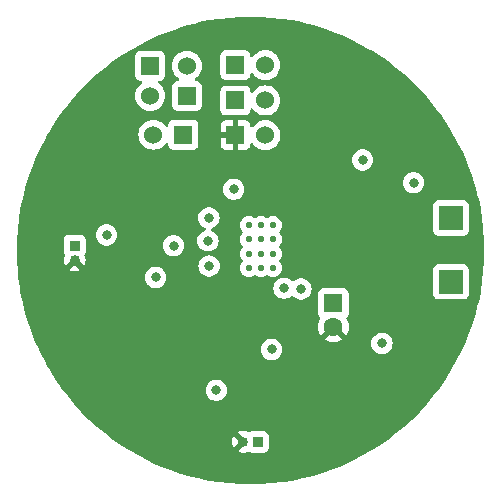
<source format=gbr>
%TF.GenerationSoftware,KiCad,Pcbnew,7.0.7*%
%TF.CreationDate,2024-10-24T16:02:22-07:00*%
%TF.ProjectId,PowerBoard_rev1.1,506f7765-7242-46f6-9172-645f72657631,rev?*%
%TF.SameCoordinates,Original*%
%TF.FileFunction,Copper,L2,Inr*%
%TF.FilePolarity,Positive*%
%FSLAX46Y46*%
G04 Gerber Fmt 4.6, Leading zero omitted, Abs format (unit mm)*
G04 Created by KiCad (PCBNEW 7.0.7) date 2024-10-24 16:02:22*
%MOMM*%
%LPD*%
G01*
G04 APERTURE LIST*
%TA.AperFunction,ComponentPad*%
%ADD10R,1.600000X1.600000*%
%TD*%
%TA.AperFunction,ComponentPad*%
%ADD11C,1.600000*%
%TD*%
%TA.AperFunction,ComponentPad*%
%ADD12R,1.530000X1.530000*%
%TD*%
%TA.AperFunction,ComponentPad*%
%ADD13C,1.530000*%
%TD*%
%TA.AperFunction,ComponentPad*%
%ADD14C,0.550000*%
%TD*%
%TA.AperFunction,ComponentPad*%
%ADD15R,0.850000X0.850000*%
%TD*%
%TA.AperFunction,ComponentPad*%
%ADD16C,0.850000*%
%TD*%
%TA.AperFunction,ComponentPad*%
%ADD17R,2.000000X2.000000*%
%TD*%
%TA.AperFunction,ViaPad*%
%ADD18C,0.800000*%
%TD*%
G04 APERTURE END LIST*
D10*
%TO.N,+BATT*%
%TO.C,C2*%
X149250400Y-80721200D03*
D11*
%TO.N,GND*%
X149250400Y-82721200D03*
%TD*%
D12*
%TO.N,Net-(U1-BOUT1)*%
%TO.C,J1*%
X140958500Y-60553600D03*
D13*
%TO.N,Net-(U1-BOUT2)*%
X143498500Y-60553600D03*
%TD*%
D12*
%TO.N,DRV_FAULT*%
%TO.C,J6*%
X133745700Y-60608900D03*
D13*
%TO.N,DRV_SLEEP*%
X133745700Y-63148900D03*
%TD*%
D14*
%TO.N,N/C*%
%TO.C,U1*%
X142119600Y-74117200D03*
X142119600Y-75317200D03*
X142119600Y-76517200D03*
X142119600Y-77717200D03*
X143119600Y-74117200D03*
X143119600Y-75317200D03*
X143119600Y-76517200D03*
X143119600Y-77717200D03*
X144119600Y-74117200D03*
X144119600Y-75317200D03*
X144119600Y-76517200D03*
X144119600Y-77717200D03*
%TD*%
D12*
%TO.N,MOTOR1_AIN2*%
%TO.C,J4*%
X136550400Y-66446400D03*
D13*
%TO.N,MOTOR1_AIN1*%
X134010400Y-66446400D03*
%TD*%
D12*
%TO.N,Net-(U1-AOUT1)*%
%TO.C,J2*%
X140958500Y-63550800D03*
D13*
%TO.N,Net-(U1-AOUT2)*%
X143498500Y-63550800D03*
%TD*%
D12*
%TO.N,GND*%
%TO.C,J3*%
X140965700Y-66486400D03*
D13*
%TO.N,VDC*%
X143505700Y-66486400D03*
%TD*%
D12*
%TO.N,MOTOR2_BIN2*%
%TO.C,J5*%
X136855700Y-63163900D03*
D13*
%TO.N,MOTOR2_BIN1*%
X136855700Y-60623900D03*
%TD*%
D15*
%TO.N,+BATT*%
%TO.C,J8*%
X127355600Y-75844400D03*
D16*
%TO.N,GND*%
X127355600Y-77094400D03*
%TD*%
D17*
%TO.N,Net-(D12-K)*%
%TO.C,TP6*%
X159207200Y-78892400D03*
%TD*%
D15*
%TO.N,+BATT*%
%TO.C,J7*%
X142864999Y-92448800D03*
D16*
%TO.N,GND*%
X141614999Y-92448800D03*
%TD*%
D17*
%TO.N,Net-(D11-K)*%
%TO.C,TP5*%
X159207200Y-73507600D03*
%TD*%
D18*
%TO.N,GND*%
X148691600Y-74371200D03*
X137769600Y-86868000D03*
X145592800Y-86563200D03*
X149758400Y-85140800D03*
X151231600Y-71323200D03*
X141884400Y-89408000D03*
X156464000Y-81534000D03*
X129590800Y-76301600D03*
X135534400Y-79451200D03*
X146405600Y-85445600D03*
X135432800Y-72542400D03*
X132588000Y-80162400D03*
X131368800Y-73507600D03*
%TO.N,MOTOR2_BIN2*%
X146507200Y-79502000D03*
%TO.N,MOTOR2_BIN1*%
X145084800Y-79451200D03*
%TO.N,VCC*%
X151739600Y-68580000D03*
X139344400Y-88087200D03*
X144018000Y-84632800D03*
X130048000Y-74930000D03*
X153365200Y-84124800D03*
X156057600Y-70510400D03*
X134213600Y-78536800D03*
%TO.N,Net-(U1-BOUT1)*%
X140817600Y-71069200D03*
X138734800Y-77571600D03*
%TO.N,Net-(U1-BOUT2)*%
X135737600Y-75844400D03*
%TO.N,Net-(U1-AOUT1)*%
X138709400Y-73482200D03*
%TO.N,Net-(U1-AOUT2)*%
X138632700Y-75431900D03*
%TD*%
%TA.AperFunction,Conductor*%
%TO.N,GND*%
G36*
X143125523Y-56471206D02*
G01*
X143128212Y-56471327D01*
X144012060Y-56530918D01*
X144014716Y-56531157D01*
X144894991Y-56630340D01*
X144897651Y-56630701D01*
X145772572Y-56769275D01*
X145775226Y-56769757D01*
X146643028Y-56947440D01*
X146645712Y-56948054D01*
X147300917Y-57113150D01*
X147438404Y-57147794D01*
X147504625Y-57164480D01*
X147507300Y-57165218D01*
X148355634Y-57419962D01*
X148358244Y-57420811D01*
X149194317Y-57713366D01*
X149196922Y-57714344D01*
X150018970Y-58044091D01*
X150021522Y-58045181D01*
X150828005Y-58411503D01*
X150830474Y-58412693D01*
X151619691Y-58814819D01*
X151622141Y-58816137D01*
X152392501Y-59253255D01*
X152394890Y-59254682D01*
X152448076Y-59288101D01*
X153025257Y-59650768D01*
X153144879Y-59725931D01*
X153147188Y-59727455D01*
X153524324Y-59988736D01*
X153875276Y-60231876D01*
X153877527Y-60233512D01*
X154582259Y-60770096D01*
X154584407Y-60771810D01*
X155264358Y-61339473D01*
X155266453Y-61341304D01*
X155920239Y-61938890D01*
X155922250Y-61940813D01*
X156548551Y-62567114D01*
X156550474Y-62569125D01*
X157148060Y-63222911D01*
X157149891Y-63225006D01*
X157717554Y-63904957D01*
X157719272Y-63907111D01*
X157979620Y-64249043D01*
X158255852Y-64611837D01*
X158257488Y-64614088D01*
X158699902Y-65252675D01*
X158761900Y-65342163D01*
X158763433Y-65344485D01*
X159234682Y-66094474D01*
X159236109Y-66096863D01*
X159673227Y-66867223D01*
X159674545Y-66869673D01*
X160076671Y-67658890D01*
X160077870Y-67661378D01*
X160189487Y-67907111D01*
X160444180Y-68467836D01*
X160445273Y-68470394D01*
X160775020Y-69292442D01*
X160775998Y-69295047D01*
X161068553Y-70131120D01*
X161069410Y-70133757D01*
X161114841Y-70285048D01*
X161324143Y-70982056D01*
X161324884Y-70984739D01*
X161541310Y-71843652D01*
X161541930Y-71846365D01*
X161719602Y-72714111D01*
X161720095Y-72716828D01*
X161845255Y-73507053D01*
X161858657Y-73591671D01*
X161859028Y-73594411D01*
X161934738Y-74266351D01*
X161958202Y-74474601D01*
X161958449Y-74477344D01*
X162018034Y-75361102D01*
X162018159Y-75363882D01*
X162038033Y-76249408D01*
X162038033Y-76252192D01*
X162018159Y-77137717D01*
X162018034Y-77140491D01*
X161958449Y-78024251D01*
X161958202Y-78026995D01*
X161864529Y-78858378D01*
X161859031Y-78907170D01*
X161858657Y-78909928D01*
X161736869Y-79678871D01*
X161720099Y-79784750D01*
X161719602Y-79787488D01*
X161541930Y-80655234D01*
X161541310Y-80657947D01*
X161324884Y-81516860D01*
X161324143Y-81519543D01*
X161069413Y-82367833D01*
X161068553Y-82370479D01*
X160775998Y-83206552D01*
X160775020Y-83209157D01*
X160445273Y-84031205D01*
X160444180Y-84033763D01*
X160235547Y-84493084D01*
X160086576Y-84821056D01*
X160077879Y-84840202D01*
X160076671Y-84842709D01*
X159674545Y-85631926D01*
X159673227Y-85634376D01*
X159236109Y-86404736D01*
X159234682Y-86407125D01*
X158763433Y-87157114D01*
X158761900Y-87159436D01*
X158257488Y-87887511D01*
X158255852Y-87889762D01*
X157719289Y-88594467D01*
X157717554Y-88596642D01*
X157149891Y-89276593D01*
X157148060Y-89278688D01*
X156550474Y-89932474D01*
X156548551Y-89934485D01*
X155922250Y-90560786D01*
X155920239Y-90562709D01*
X155266453Y-91160295D01*
X155264358Y-91162126D01*
X154584407Y-91729789D01*
X154582232Y-91731524D01*
X153877527Y-92268087D01*
X153875276Y-92269723D01*
X153147201Y-92774135D01*
X153144879Y-92775668D01*
X152394890Y-93246917D01*
X152392501Y-93248344D01*
X151622141Y-93685462D01*
X151619691Y-93686780D01*
X150830474Y-94088906D01*
X150827967Y-94090114D01*
X150021528Y-94456415D01*
X150018970Y-94457508D01*
X149196922Y-94787255D01*
X149194317Y-94788233D01*
X148358244Y-95080788D01*
X148355598Y-95081648D01*
X147507308Y-95336378D01*
X147504625Y-95337119D01*
X146645712Y-95553545D01*
X146642999Y-95554165D01*
X145775253Y-95731837D01*
X145772528Y-95732331D01*
X145040861Y-95848216D01*
X144897693Y-95870892D01*
X144894947Y-95871264D01*
X144014763Y-95970437D01*
X144012016Y-95970684D01*
X143128256Y-96030269D01*
X143125482Y-96030394D01*
X142239955Y-96050268D01*
X142237173Y-96050268D01*
X141351647Y-96030394D01*
X141348875Y-96030269D01*
X140465109Y-95970684D01*
X140462373Y-95970437D01*
X139582176Y-95871263D01*
X139579440Y-95870892D01*
X138704593Y-95732330D01*
X138701876Y-95731837D01*
X137834130Y-95554165D01*
X137831417Y-95553545D01*
X136972504Y-95337119D01*
X136969821Y-95336378D01*
X136370166Y-95156309D01*
X136121522Y-95081645D01*
X136118885Y-95080788D01*
X135282812Y-94788233D01*
X135280207Y-94787255D01*
X134458159Y-94457508D01*
X134455601Y-94456415D01*
X134094309Y-94292308D01*
X133649143Y-94090105D01*
X133646655Y-94088906D01*
X132857438Y-93686780D01*
X132854988Y-93685462D01*
X132084628Y-93248344D01*
X132082239Y-93246917D01*
X131332250Y-92775668D01*
X131329928Y-92774135D01*
X131281120Y-92740321D01*
X130860335Y-92448800D01*
X140684904Y-92448800D01*
X140705229Y-92642180D01*
X140705230Y-92642182D01*
X140765312Y-92827098D01*
X140765315Y-92827104D01*
X140808442Y-92901801D01*
X141186305Y-92523939D01*
X141247628Y-92490454D01*
X141317319Y-92495438D01*
X141373253Y-92537309D01*
X141377088Y-92542729D01*
X141434759Y-92629040D01*
X141521067Y-92686709D01*
X141565873Y-92740321D01*
X141574580Y-92809646D01*
X141544426Y-92872673D01*
X141539858Y-92877492D01*
X141159025Y-93258325D01*
X141327586Y-93333373D01*
X141517778Y-93373800D01*
X141712220Y-93373800D01*
X141902412Y-93333373D01*
X141902415Y-93333372D01*
X142034284Y-93274660D01*
X142103534Y-93265375D01*
X142159031Y-93288673D01*
X142197663Y-93317593D01*
X142197670Y-93317597D01*
X142332516Y-93367891D01*
X142332515Y-93367891D01*
X142339443Y-93368635D01*
X142392126Y-93374300D01*
X143337871Y-93374299D01*
X143397482Y-93367891D01*
X143532330Y-93317596D01*
X143647545Y-93231346D01*
X143733795Y-93116131D01*
X143784090Y-92981283D01*
X143790499Y-92921673D01*
X143790498Y-91975928D01*
X143784090Y-91916317D01*
X143773353Y-91887530D01*
X143733796Y-91781471D01*
X143733792Y-91781464D01*
X143647546Y-91666255D01*
X143647543Y-91666252D01*
X143532334Y-91580006D01*
X143532327Y-91580002D01*
X143397481Y-91529708D01*
X143397482Y-91529708D01*
X143337882Y-91523301D01*
X143337880Y-91523300D01*
X143337872Y-91523300D01*
X143337863Y-91523300D01*
X142392128Y-91523300D01*
X142392122Y-91523301D01*
X142332515Y-91529708D01*
X142197670Y-91580002D01*
X142197668Y-91580003D01*
X142159029Y-91608928D01*
X142093564Y-91633344D01*
X142034285Y-91622940D01*
X141902411Y-91564226D01*
X141902412Y-91564226D01*
X141712220Y-91523800D01*
X141517778Y-91523800D01*
X141327585Y-91564226D01*
X141327584Y-91564226D01*
X141159025Y-91639273D01*
X141539858Y-92020106D01*
X141573343Y-92081429D01*
X141568359Y-92151121D01*
X141526487Y-92207054D01*
X141521069Y-92210888D01*
X141434759Y-92268559D01*
X141377088Y-92354870D01*
X141323475Y-92399675D01*
X141254150Y-92408382D01*
X141191123Y-92378227D01*
X141186305Y-92373660D01*
X140808442Y-91995796D01*
X140808441Y-91995797D01*
X140765316Y-92070492D01*
X140765315Y-92070494D01*
X140705230Y-92255417D01*
X140705229Y-92255419D01*
X140684904Y-92448800D01*
X130860335Y-92448800D01*
X130601853Y-92269723D01*
X130599602Y-92268087D01*
X130215883Y-91975923D01*
X129894876Y-91731507D01*
X129892722Y-91729789D01*
X129212771Y-91162126D01*
X129210676Y-91160295D01*
X128556890Y-90562709D01*
X128554879Y-90560786D01*
X127928578Y-89934485D01*
X127926655Y-89932474D01*
X127329069Y-89278688D01*
X127327238Y-89276593D01*
X126759575Y-88596642D01*
X126757861Y-88594494D01*
X126371607Y-88087200D01*
X138438940Y-88087200D01*
X138458726Y-88275456D01*
X138458727Y-88275459D01*
X138517218Y-88455477D01*
X138517221Y-88455484D01*
X138611867Y-88619416D01*
X138682932Y-88698341D01*
X138738529Y-88760088D01*
X138891665Y-88871348D01*
X138891670Y-88871351D01*
X139064592Y-88948342D01*
X139064597Y-88948344D01*
X139249754Y-88987700D01*
X139249755Y-88987700D01*
X139439044Y-88987700D01*
X139439046Y-88987700D01*
X139624203Y-88948344D01*
X139797130Y-88871351D01*
X139950271Y-88760088D01*
X140076933Y-88619416D01*
X140171579Y-88455484D01*
X140230074Y-88275456D01*
X140249860Y-88087200D01*
X140230074Y-87898944D01*
X140171579Y-87718916D01*
X140076933Y-87554984D01*
X139950271Y-87414312D01*
X139950270Y-87414311D01*
X139797134Y-87303051D01*
X139797129Y-87303048D01*
X139624207Y-87226057D01*
X139624202Y-87226055D01*
X139478401Y-87195065D01*
X139439046Y-87186700D01*
X139249754Y-87186700D01*
X139217297Y-87193598D01*
X139064597Y-87226055D01*
X139064592Y-87226057D01*
X138891670Y-87303048D01*
X138891665Y-87303051D01*
X138738529Y-87414311D01*
X138611866Y-87554985D01*
X138517221Y-87718915D01*
X138517218Y-87718922D01*
X138462069Y-87888654D01*
X138458726Y-87898944D01*
X138438940Y-88087200D01*
X126371607Y-88087200D01*
X126221277Y-87889762D01*
X126219641Y-87887511D01*
X126102838Y-87718916D01*
X125715220Y-87159423D01*
X125713696Y-87157114D01*
X125242447Y-86407125D01*
X125241020Y-86404736D01*
X125022461Y-86019555D01*
X124803896Y-85634366D01*
X124802584Y-85631926D01*
X124400458Y-84842709D01*
X124399268Y-84840240D01*
X124305044Y-84632800D01*
X143112540Y-84632800D01*
X143132326Y-84821056D01*
X143132327Y-84821059D01*
X143190818Y-85001077D01*
X143190821Y-85001084D01*
X143285467Y-85165016D01*
X143412129Y-85305687D01*
X143412129Y-85305688D01*
X143565265Y-85416948D01*
X143565270Y-85416951D01*
X143738192Y-85493942D01*
X143738197Y-85493944D01*
X143923354Y-85533300D01*
X143923355Y-85533300D01*
X144112644Y-85533300D01*
X144112646Y-85533300D01*
X144297803Y-85493944D01*
X144470730Y-85416951D01*
X144623871Y-85305688D01*
X144750533Y-85165016D01*
X144845179Y-85001084D01*
X144903674Y-84821056D01*
X144923460Y-84632800D01*
X144903674Y-84444544D01*
X144845179Y-84264516D01*
X144764514Y-84124800D01*
X152459740Y-84124800D01*
X152479526Y-84313056D01*
X152479527Y-84313059D01*
X152538018Y-84493077D01*
X152538021Y-84493084D01*
X152632667Y-84657016D01*
X152759328Y-84797688D01*
X152759329Y-84797688D01*
X152912465Y-84908948D01*
X152912470Y-84908951D01*
X153085392Y-84985942D01*
X153085397Y-84985944D01*
X153270554Y-85025300D01*
X153270555Y-85025300D01*
X153459844Y-85025300D01*
X153459846Y-85025300D01*
X153645003Y-84985944D01*
X153817930Y-84908951D01*
X153971071Y-84797688D01*
X154097733Y-84657016D01*
X154192379Y-84493084D01*
X154250874Y-84313056D01*
X154270660Y-84124800D01*
X154250874Y-83936544D01*
X154192379Y-83756516D01*
X154097733Y-83592584D01*
X153971071Y-83451912D01*
X153963859Y-83446672D01*
X153817934Y-83340651D01*
X153817929Y-83340648D01*
X153645007Y-83263657D01*
X153645002Y-83263655D01*
X153499201Y-83232665D01*
X153459846Y-83224300D01*
X153270554Y-83224300D01*
X153238097Y-83231198D01*
X153085397Y-83263655D01*
X153085392Y-83263657D01*
X152912470Y-83340648D01*
X152912465Y-83340651D01*
X152759329Y-83451911D01*
X152632666Y-83592585D01*
X152538021Y-83756515D01*
X152538018Y-83756522D01*
X152479527Y-83936540D01*
X152479526Y-83936544D01*
X152459740Y-84124800D01*
X144764514Y-84124800D01*
X144750533Y-84100584D01*
X144623871Y-83959912D01*
X144606745Y-83947469D01*
X144470734Y-83848651D01*
X144470729Y-83848648D01*
X144297807Y-83771657D01*
X144297802Y-83771655D01*
X144152000Y-83740665D01*
X144112646Y-83732300D01*
X143923354Y-83732300D01*
X143890897Y-83739198D01*
X143738197Y-83771655D01*
X143738192Y-83771657D01*
X143565270Y-83848648D01*
X143565265Y-83848651D01*
X143412129Y-83959911D01*
X143285466Y-84100585D01*
X143190821Y-84264515D01*
X143190818Y-84264522D01*
X143132327Y-84444540D01*
X143132326Y-84444544D01*
X143112540Y-84632800D01*
X124305044Y-84632800D01*
X124032946Y-84033757D01*
X124031856Y-84031205D01*
X123702109Y-83209157D01*
X123701131Y-83206552D01*
X123531299Y-82721202D01*
X147945434Y-82721202D01*
X147965258Y-82947799D01*
X147965260Y-82947810D01*
X148024130Y-83167517D01*
X148024134Y-83167526D01*
X148120265Y-83373681D01*
X148120266Y-83373683D01*
X148171373Y-83446671D01*
X148171373Y-83446672D01*
X148712980Y-82905065D01*
X148774303Y-82871580D01*
X148843994Y-82876564D01*
X148899928Y-82918435D01*
X148911142Y-82936446D01*
X148916927Y-82947799D01*
X148922758Y-82959244D01*
X148922763Y-82959250D01*
X149012349Y-83048836D01*
X149012351Y-83048837D01*
X149012355Y-83048841D01*
X149035147Y-83060454D01*
X149085942Y-83108428D01*
X149102737Y-83176249D01*
X149080199Y-83242384D01*
X149066532Y-83258619D01*
X148524926Y-83800225D01*
X148524926Y-83800226D01*
X148597912Y-83851331D01*
X148597916Y-83851333D01*
X148804073Y-83947465D01*
X148804082Y-83947469D01*
X149023789Y-84006339D01*
X149023800Y-84006341D01*
X149250398Y-84026166D01*
X149250402Y-84026166D01*
X149476999Y-84006341D01*
X149477010Y-84006339D01*
X149696717Y-83947469D01*
X149696731Y-83947464D01*
X149902878Y-83851336D01*
X149975872Y-83800225D01*
X149434266Y-83258619D01*
X149400781Y-83197296D01*
X149405765Y-83127604D01*
X149447637Y-83071671D01*
X149465645Y-83060458D01*
X149488445Y-83048841D01*
X149578041Y-82959245D01*
X149589654Y-82936452D01*
X149637625Y-82885658D01*
X149705446Y-82868861D01*
X149771581Y-82891397D01*
X149787819Y-82905066D01*
X150329425Y-83446672D01*
X150380536Y-83373678D01*
X150476664Y-83167531D01*
X150476669Y-83167517D01*
X150535539Y-82947810D01*
X150535541Y-82947799D01*
X150555366Y-82721202D01*
X150555366Y-82721197D01*
X150535541Y-82494600D01*
X150535539Y-82494589D01*
X150476669Y-82274882D01*
X150476665Y-82274873D01*
X150380534Y-82068718D01*
X150380530Y-82068712D01*
X150371588Y-82055940D01*
X150349261Y-81989734D01*
X150366273Y-81921967D01*
X150398854Y-81885551D01*
X150407946Y-81878746D01*
X150494196Y-81763531D01*
X150544491Y-81628683D01*
X150550900Y-81569073D01*
X150550899Y-79940270D01*
X157706700Y-79940270D01*
X157706701Y-79940276D01*
X157713108Y-79999883D01*
X157763402Y-80134728D01*
X157763406Y-80134735D01*
X157849652Y-80249944D01*
X157849655Y-80249947D01*
X157964864Y-80336193D01*
X157964871Y-80336197D01*
X158099717Y-80386491D01*
X158099716Y-80386491D01*
X158106644Y-80387235D01*
X158159327Y-80392900D01*
X160255072Y-80392899D01*
X160314683Y-80386491D01*
X160449531Y-80336196D01*
X160564746Y-80249946D01*
X160650996Y-80134731D01*
X160701291Y-79999883D01*
X160707700Y-79940273D01*
X160707699Y-77844528D01*
X160701291Y-77784917D01*
X160689255Y-77752648D01*
X160650997Y-77650071D01*
X160650993Y-77650064D01*
X160564747Y-77534855D01*
X160564744Y-77534852D01*
X160449535Y-77448606D01*
X160449528Y-77448602D01*
X160314682Y-77398308D01*
X160314683Y-77398308D01*
X160255083Y-77391901D01*
X160255081Y-77391900D01*
X160255073Y-77391900D01*
X160255064Y-77391900D01*
X158159329Y-77391900D01*
X158159323Y-77391901D01*
X158099716Y-77398308D01*
X157964871Y-77448602D01*
X157964864Y-77448606D01*
X157849655Y-77534852D01*
X157849652Y-77534855D01*
X157763406Y-77650064D01*
X157763402Y-77650071D01*
X157713108Y-77784917D01*
X157706701Y-77844516D01*
X157706701Y-77844523D01*
X157706700Y-77844535D01*
X157706700Y-79940270D01*
X150550899Y-79940270D01*
X150550899Y-79873328D01*
X150544491Y-79813717D01*
X150534708Y-79787488D01*
X150494197Y-79678871D01*
X150494193Y-79678864D01*
X150407947Y-79563655D01*
X150407944Y-79563652D01*
X150292735Y-79477406D01*
X150292728Y-79477402D01*
X150157882Y-79427108D01*
X150157883Y-79427108D01*
X150098283Y-79420701D01*
X150098281Y-79420700D01*
X150098273Y-79420700D01*
X150098264Y-79420700D01*
X148402529Y-79420700D01*
X148402523Y-79420701D01*
X148342916Y-79427108D01*
X148208071Y-79477402D01*
X148208064Y-79477406D01*
X148092855Y-79563652D01*
X148092852Y-79563655D01*
X148006606Y-79678864D01*
X148006602Y-79678871D01*
X147956308Y-79813717D01*
X147950228Y-79870277D01*
X147949901Y-79873323D01*
X147949900Y-79873335D01*
X147949900Y-81569070D01*
X147949901Y-81569076D01*
X147956308Y-81628683D01*
X148006602Y-81763528D01*
X148006606Y-81763535D01*
X148092852Y-81878744D01*
X148092853Y-81878744D01*
X148092854Y-81878746D01*
X148101945Y-81885551D01*
X148143816Y-81941482D01*
X148148802Y-82011174D01*
X148129213Y-82055936D01*
X148120271Y-82068707D01*
X148120268Y-82068712D01*
X148024134Y-82274873D01*
X148024130Y-82274882D01*
X147965260Y-82494589D01*
X147965258Y-82494600D01*
X147945434Y-82721197D01*
X147945434Y-82721202D01*
X123531299Y-82721202D01*
X123408576Y-82370479D01*
X123407727Y-82367869D01*
X123152983Y-81519535D01*
X123152245Y-81516860D01*
X122935819Y-80657947D01*
X122935205Y-80655263D01*
X122757522Y-79787461D01*
X122757040Y-79784807D01*
X122704202Y-79451200D01*
X144179340Y-79451200D01*
X144199126Y-79639456D01*
X144199127Y-79639459D01*
X144257618Y-79819477D01*
X144257621Y-79819484D01*
X144352267Y-79983416D01*
X144396134Y-80032135D01*
X144478929Y-80124088D01*
X144632065Y-80235348D01*
X144632070Y-80235351D01*
X144804992Y-80312342D01*
X144804997Y-80312344D01*
X144990154Y-80351700D01*
X144990155Y-80351700D01*
X145179444Y-80351700D01*
X145179446Y-80351700D01*
X145364603Y-80312344D01*
X145537530Y-80235351D01*
X145690671Y-80124088D01*
X145690670Y-80124088D01*
X145695929Y-80120268D01*
X145696872Y-80121566D01*
X145752569Y-80094826D01*
X145821906Y-80103439D01*
X145864717Y-80134226D01*
X145901329Y-80174888D01*
X145901332Y-80174890D01*
X146054465Y-80286148D01*
X146054470Y-80286151D01*
X146227392Y-80363142D01*
X146227397Y-80363144D01*
X146412554Y-80402500D01*
X146412555Y-80402500D01*
X146601844Y-80402500D01*
X146601846Y-80402500D01*
X146787003Y-80363144D01*
X146959930Y-80286151D01*
X147113071Y-80174888D01*
X147239733Y-80034216D01*
X147334379Y-79870284D01*
X147392874Y-79690256D01*
X147412660Y-79502000D01*
X147392874Y-79313744D01*
X147334379Y-79133716D01*
X147239733Y-78969784D01*
X147113071Y-78829112D01*
X147043151Y-78778312D01*
X146959934Y-78717851D01*
X146959929Y-78717848D01*
X146787007Y-78640857D01*
X146787002Y-78640855D01*
X146641201Y-78609865D01*
X146601846Y-78601500D01*
X146412554Y-78601500D01*
X146380097Y-78608398D01*
X146227397Y-78640855D01*
X146227392Y-78640857D01*
X146054470Y-78717848D01*
X146054465Y-78717851D01*
X145896071Y-78832931D01*
X145895131Y-78831637D01*
X145839396Y-78858378D01*
X145770061Y-78849745D01*
X145727278Y-78818968D01*
X145690670Y-78778311D01*
X145537534Y-78667051D01*
X145537529Y-78667048D01*
X145364607Y-78590057D01*
X145364602Y-78590055D01*
X145218800Y-78559065D01*
X145179446Y-78550700D01*
X144990154Y-78550700D01*
X144957697Y-78557598D01*
X144804997Y-78590055D01*
X144804992Y-78590057D01*
X144632070Y-78667048D01*
X144632065Y-78667051D01*
X144478929Y-78778311D01*
X144352266Y-78918985D01*
X144257621Y-79082915D01*
X144257618Y-79082922D01*
X144216430Y-79209688D01*
X144199126Y-79262944D01*
X144179340Y-79451200D01*
X122704202Y-79451200D01*
X122618466Y-78909886D01*
X122618105Y-78907226D01*
X122576368Y-78536800D01*
X133308140Y-78536800D01*
X133327926Y-78725056D01*
X133327927Y-78725059D01*
X133386418Y-78905077D01*
X133386421Y-78905084D01*
X133481067Y-79069016D01*
X133539329Y-79133722D01*
X133607729Y-79209688D01*
X133760865Y-79320948D01*
X133760870Y-79320951D01*
X133933792Y-79397942D01*
X133933797Y-79397944D01*
X134118954Y-79437300D01*
X134118955Y-79437300D01*
X134308244Y-79437300D01*
X134308246Y-79437300D01*
X134493403Y-79397944D01*
X134666330Y-79320951D01*
X134819471Y-79209688D01*
X134946133Y-79069016D01*
X135040779Y-78905084D01*
X135099274Y-78725056D01*
X135119060Y-78536800D01*
X135099274Y-78348544D01*
X135040779Y-78168516D01*
X134946133Y-78004584D01*
X134819471Y-77863912D01*
X134792801Y-77844535D01*
X134666334Y-77752651D01*
X134666329Y-77752648D01*
X134493407Y-77675657D01*
X134493402Y-77675655D01*
X134347601Y-77644665D01*
X134308246Y-77636300D01*
X134118954Y-77636300D01*
X134086497Y-77643198D01*
X133933797Y-77675655D01*
X133933792Y-77675657D01*
X133760870Y-77752648D01*
X133760865Y-77752651D01*
X133607729Y-77863911D01*
X133481066Y-78004585D01*
X133386421Y-78168515D01*
X133386418Y-78168522D01*
X133334813Y-78327347D01*
X133327926Y-78348544D01*
X133308140Y-78536800D01*
X122576368Y-78536800D01*
X122518922Y-78026951D01*
X122518683Y-78024295D01*
X122459092Y-77140447D01*
X122458971Y-77137758D01*
X122457998Y-77094400D01*
X126425505Y-77094400D01*
X126445830Y-77287780D01*
X126445831Y-77287782D01*
X126505913Y-77472698D01*
X126505916Y-77472704D01*
X126549043Y-77547402D01*
X126926906Y-77169539D01*
X126988229Y-77136054D01*
X127057920Y-77141038D01*
X127113854Y-77182909D01*
X127117689Y-77188329D01*
X127120104Y-77191944D01*
X127120105Y-77191945D01*
X127175360Y-77274640D01*
X127258055Y-77329895D01*
X127261668Y-77332309D01*
X127306473Y-77385921D01*
X127315180Y-77455246D01*
X127285026Y-77518274D01*
X127280458Y-77523092D01*
X126899626Y-77903924D01*
X126899626Y-77903925D01*
X127068187Y-77978973D01*
X127258379Y-78019400D01*
X127452821Y-78019400D01*
X127643014Y-77978973D01*
X127643019Y-77978971D01*
X127811571Y-77903926D01*
X127811571Y-77903925D01*
X127479246Y-77571600D01*
X137829340Y-77571600D01*
X137849126Y-77759856D01*
X137849127Y-77759859D01*
X137907618Y-77939877D01*
X137907621Y-77939884D01*
X138002267Y-78103816D01*
X138060529Y-78168522D01*
X138128929Y-78244488D01*
X138282065Y-78355748D01*
X138282070Y-78355751D01*
X138454992Y-78432742D01*
X138454997Y-78432744D01*
X138640154Y-78472100D01*
X138640155Y-78472100D01*
X138829444Y-78472100D01*
X138829446Y-78472100D01*
X139014603Y-78432744D01*
X139187530Y-78355751D01*
X139340671Y-78244488D01*
X139467333Y-78103816D01*
X139561979Y-77939884D01*
X139620474Y-77759856D01*
X139624957Y-77717203D01*
X141339193Y-77717203D01*
X141358757Y-77890848D01*
X141358759Y-77890858D01*
X141405428Y-78024227D01*
X141416478Y-78055806D01*
X141509453Y-78203776D01*
X141633024Y-78327347D01*
X141780994Y-78420322D01*
X141945943Y-78478041D01*
X141945949Y-78478041D01*
X141945951Y-78478042D01*
X142119596Y-78497607D01*
X142119600Y-78497607D01*
X142119604Y-78497607D01*
X142293248Y-78478042D01*
X142293247Y-78478042D01*
X142293257Y-78478041D01*
X142458206Y-78420322D01*
X142553630Y-78360363D01*
X142620865Y-78341364D01*
X142685569Y-78360363D01*
X142780994Y-78420322D01*
X142945943Y-78478041D01*
X142945949Y-78478041D01*
X142945951Y-78478042D01*
X143119596Y-78497607D01*
X143119600Y-78497607D01*
X143119604Y-78497607D01*
X143293248Y-78478042D01*
X143293247Y-78478042D01*
X143293257Y-78478041D01*
X143458206Y-78420322D01*
X143553630Y-78360363D01*
X143620865Y-78341364D01*
X143685569Y-78360363D01*
X143780994Y-78420322D01*
X143945943Y-78478041D01*
X143945949Y-78478041D01*
X143945951Y-78478042D01*
X144119596Y-78497607D01*
X144119600Y-78497607D01*
X144119604Y-78497607D01*
X144293248Y-78478042D01*
X144293247Y-78478042D01*
X144293257Y-78478041D01*
X144458206Y-78420322D01*
X144606176Y-78327347D01*
X144729747Y-78203776D01*
X144822722Y-78055806D01*
X144880441Y-77890857D01*
X144885661Y-77844527D01*
X144900007Y-77717203D01*
X144900007Y-77717196D01*
X144880442Y-77543551D01*
X144880441Y-77543549D01*
X144880441Y-77543543D01*
X144822722Y-77378594D01*
X144729747Y-77230624D01*
X144729745Y-77230622D01*
X144729744Y-77230620D01*
X144704004Y-77204880D01*
X144670519Y-77143557D01*
X144675503Y-77073865D01*
X144704001Y-77029520D01*
X144729747Y-77003776D01*
X144822722Y-76855806D01*
X144880441Y-76690857D01*
X144900007Y-76517200D01*
X144899391Y-76511735D01*
X144880442Y-76343551D01*
X144880441Y-76343549D01*
X144880441Y-76343543D01*
X144822722Y-76178594D01*
X144729747Y-76030624D01*
X144704004Y-76004881D01*
X144670519Y-75943558D01*
X144675503Y-75873866D01*
X144704004Y-75829519D01*
X144729747Y-75803776D01*
X144822722Y-75655806D01*
X144880441Y-75490857D01*
X144893886Y-75371527D01*
X144900007Y-75317203D01*
X144900007Y-75317196D01*
X144880442Y-75143551D01*
X144880441Y-75143549D01*
X144880441Y-75143543D01*
X144822722Y-74978594D01*
X144729747Y-74830624D01*
X144704004Y-74804881D01*
X144670519Y-74743558D01*
X144675503Y-74673866D01*
X144704004Y-74629519D01*
X144704005Y-74629518D01*
X144729747Y-74603776D01*
X144760099Y-74555470D01*
X157706700Y-74555470D01*
X157706701Y-74555476D01*
X157713108Y-74615083D01*
X157763402Y-74749928D01*
X157763406Y-74749935D01*
X157849652Y-74865144D01*
X157849655Y-74865147D01*
X157964864Y-74951393D01*
X157964871Y-74951397D01*
X158099717Y-75001691D01*
X158099716Y-75001691D01*
X158106644Y-75002435D01*
X158159327Y-75008100D01*
X160255072Y-75008099D01*
X160314683Y-75001691D01*
X160449531Y-74951396D01*
X160564746Y-74865146D01*
X160650996Y-74749931D01*
X160701291Y-74615083D01*
X160707700Y-74555473D01*
X160707699Y-72459728D01*
X160701291Y-72400117D01*
X160650996Y-72265269D01*
X160650995Y-72265268D01*
X160650993Y-72265264D01*
X160564747Y-72150055D01*
X160564744Y-72150052D01*
X160449535Y-72063806D01*
X160449528Y-72063802D01*
X160314682Y-72013508D01*
X160314683Y-72013508D01*
X160255083Y-72007101D01*
X160255081Y-72007100D01*
X160255073Y-72007100D01*
X160255064Y-72007100D01*
X158159329Y-72007100D01*
X158159323Y-72007101D01*
X158099716Y-72013508D01*
X157964871Y-72063802D01*
X157964864Y-72063806D01*
X157849655Y-72150052D01*
X157849652Y-72150055D01*
X157763406Y-72265264D01*
X157763402Y-72265271D01*
X157713108Y-72400117D01*
X157706701Y-72459716D01*
X157706701Y-72459723D01*
X157706700Y-72459735D01*
X157706700Y-74555470D01*
X144760099Y-74555470D01*
X144822722Y-74455806D01*
X144880441Y-74290857D01*
X144900007Y-74117200D01*
X144894560Y-74068857D01*
X144880442Y-73943551D01*
X144880441Y-73943549D01*
X144880441Y-73943543D01*
X144822722Y-73778594D01*
X144729747Y-73630624D01*
X144606176Y-73507053D01*
X144458206Y-73414078D01*
X144458205Y-73414077D01*
X144458204Y-73414077D01*
X144293258Y-73356359D01*
X144293248Y-73356357D01*
X144119604Y-73336793D01*
X144119596Y-73336793D01*
X143945951Y-73356357D01*
X143945941Y-73356359D01*
X143780992Y-73414078D01*
X143685571Y-73474035D01*
X143618334Y-73493035D01*
X143553629Y-73474035D01*
X143458207Y-73414078D01*
X143293258Y-73356359D01*
X143293248Y-73356357D01*
X143119604Y-73336793D01*
X143119596Y-73336793D01*
X142945951Y-73356357D01*
X142945941Y-73356359D01*
X142780992Y-73414078D01*
X142685571Y-73474035D01*
X142618334Y-73493035D01*
X142553629Y-73474035D01*
X142458207Y-73414078D01*
X142293258Y-73356359D01*
X142293248Y-73356357D01*
X142119604Y-73336793D01*
X142119596Y-73336793D01*
X141945951Y-73356357D01*
X141945941Y-73356359D01*
X141780995Y-73414077D01*
X141633023Y-73507053D01*
X141509453Y-73630623D01*
X141416477Y-73778595D01*
X141358759Y-73943541D01*
X141358757Y-73943551D01*
X141339193Y-74117196D01*
X141339193Y-74117203D01*
X141358757Y-74290848D01*
X141358759Y-74290858D01*
X141412035Y-74443110D01*
X141416478Y-74455806D01*
X141479104Y-74555476D01*
X141509453Y-74603776D01*
X141535195Y-74629518D01*
X141568680Y-74690841D01*
X141563696Y-74760533D01*
X141535197Y-74804879D01*
X141509454Y-74830622D01*
X141416477Y-74978595D01*
X141358759Y-75143541D01*
X141358757Y-75143551D01*
X141339193Y-75317196D01*
X141339193Y-75317203D01*
X141358757Y-75490848D01*
X141358759Y-75490857D01*
X141416478Y-75655806D01*
X141453138Y-75714151D01*
X141509453Y-75803776D01*
X141535196Y-75829519D01*
X141568681Y-75890842D01*
X141563697Y-75960534D01*
X141535196Y-76004881D01*
X141509453Y-76030623D01*
X141416477Y-76178595D01*
X141358759Y-76343541D01*
X141358757Y-76343551D01*
X141339193Y-76517196D01*
X141339193Y-76517203D01*
X141358757Y-76690848D01*
X141358759Y-76690858D01*
X141392558Y-76787448D01*
X141416478Y-76855806D01*
X141444886Y-76901017D01*
X141509453Y-77003776D01*
X141535196Y-77029519D01*
X141568681Y-77090842D01*
X141563697Y-77160534D01*
X141535196Y-77204881D01*
X141509453Y-77230623D01*
X141416477Y-77378595D01*
X141358759Y-77543541D01*
X141358757Y-77543551D01*
X141339193Y-77717196D01*
X141339193Y-77717203D01*
X139624957Y-77717203D01*
X139640260Y-77571600D01*
X139620474Y-77383344D01*
X139561979Y-77203316D01*
X139467333Y-77039384D01*
X139340671Y-76898712D01*
X139340670Y-76898711D01*
X139187534Y-76787451D01*
X139187529Y-76787448D01*
X139014607Y-76710457D01*
X139014602Y-76710455D01*
X138868801Y-76679465D01*
X138829446Y-76671100D01*
X138640154Y-76671100D01*
X138607697Y-76677998D01*
X138454997Y-76710455D01*
X138454992Y-76710457D01*
X138282070Y-76787448D01*
X138282065Y-76787451D01*
X138128929Y-76898711D01*
X138002266Y-77039385D01*
X137907621Y-77203315D01*
X137907618Y-77203322D01*
X137850669Y-77378594D01*
X137849126Y-77383344D01*
X137829340Y-77571600D01*
X127479246Y-77571600D01*
X127430739Y-77523093D01*
X127397254Y-77461770D01*
X127402238Y-77392078D01*
X127444110Y-77336145D01*
X127449530Y-77332309D01*
X127453141Y-77329895D01*
X127453145Y-77329895D01*
X127535840Y-77274640D01*
X127591095Y-77191945D01*
X127591095Y-77191941D01*
X127593509Y-77188330D01*
X127647121Y-77143524D01*
X127716446Y-77134817D01*
X127779474Y-77164971D01*
X127784293Y-77169539D01*
X128162155Y-77547402D01*
X128162156Y-77547402D01*
X128205283Y-77472705D01*
X128265368Y-77287782D01*
X128265369Y-77287780D01*
X128285694Y-77094400D01*
X128265369Y-76901019D01*
X128265368Y-76901017D01*
X128205286Y-76716101D01*
X128205285Y-76716100D01*
X128187886Y-76685964D01*
X128171413Y-76618064D01*
X128194265Y-76552037D01*
X128195946Y-76549734D01*
X128224396Y-76511731D01*
X128274691Y-76376883D01*
X128281100Y-76317273D01*
X128281099Y-75844400D01*
X134832140Y-75844400D01*
X134851926Y-76032656D01*
X134851927Y-76032659D01*
X134910418Y-76212677D01*
X134910421Y-76212684D01*
X135005067Y-76376616D01*
X135126723Y-76511728D01*
X135131729Y-76517288D01*
X135284865Y-76628548D01*
X135284870Y-76628551D01*
X135457792Y-76705542D01*
X135457797Y-76705544D01*
X135642954Y-76744900D01*
X135642955Y-76744900D01*
X135832244Y-76744900D01*
X135832246Y-76744900D01*
X136017403Y-76705544D01*
X136190330Y-76628551D01*
X136343471Y-76517288D01*
X136470133Y-76376616D01*
X136564779Y-76212684D01*
X136623274Y-76032656D01*
X136643060Y-75844400D01*
X136623274Y-75656144D01*
X136564779Y-75476116D01*
X136539251Y-75431900D01*
X137727240Y-75431900D01*
X137747026Y-75620156D01*
X137747027Y-75620159D01*
X137805518Y-75800177D01*
X137805521Y-75800184D01*
X137900167Y-75964116D01*
X137961881Y-76032656D01*
X138026829Y-76104788D01*
X138179965Y-76216048D01*
X138179970Y-76216051D01*
X138352892Y-76293042D01*
X138352897Y-76293044D01*
X138538054Y-76332400D01*
X138538055Y-76332400D01*
X138727344Y-76332400D01*
X138727346Y-76332400D01*
X138912503Y-76293044D01*
X139085430Y-76216051D01*
X139238571Y-76104788D01*
X139365233Y-75964116D01*
X139459879Y-75800184D01*
X139518374Y-75620156D01*
X139538160Y-75431900D01*
X139518374Y-75243644D01*
X139459879Y-75063616D01*
X139365233Y-74899684D01*
X139238571Y-74759012D01*
X139226068Y-74749928D01*
X139085434Y-74647751D01*
X139085429Y-74647748D01*
X138940201Y-74583088D01*
X138886964Y-74537838D01*
X138866643Y-74470989D01*
X138885688Y-74403765D01*
X138938055Y-74357510D01*
X138964850Y-74348520D01*
X138989203Y-74343344D01*
X138989207Y-74343342D01*
X138989208Y-74343342D01*
X139107089Y-74290857D01*
X139162130Y-74266351D01*
X139315271Y-74155088D01*
X139441933Y-74014416D01*
X139536579Y-73850484D01*
X139595074Y-73670456D01*
X139614860Y-73482200D01*
X139595074Y-73293944D01*
X139536579Y-73113916D01*
X139441933Y-72949984D01*
X139315271Y-72809312D01*
X139315270Y-72809311D01*
X139162134Y-72698051D01*
X139162129Y-72698048D01*
X138989207Y-72621057D01*
X138989202Y-72621055D01*
X138843401Y-72590065D01*
X138804046Y-72581700D01*
X138614754Y-72581700D01*
X138582297Y-72588598D01*
X138429597Y-72621055D01*
X138429592Y-72621057D01*
X138256670Y-72698048D01*
X138256665Y-72698051D01*
X138103529Y-72809311D01*
X137976866Y-72949985D01*
X137882221Y-73113915D01*
X137882218Y-73113922D01*
X137823727Y-73293940D01*
X137823726Y-73293944D01*
X137803940Y-73482200D01*
X137823726Y-73670456D01*
X137823727Y-73670459D01*
X137882218Y-73850477D01*
X137882221Y-73850484D01*
X137976867Y-74014416D01*
X138069417Y-74117203D01*
X138103529Y-74155088D01*
X138243953Y-74257112D01*
X138256670Y-74266351D01*
X138401901Y-74331013D01*
X138455135Y-74376261D01*
X138475456Y-74443110D01*
X138456411Y-74510334D01*
X138404045Y-74556589D01*
X138377246Y-74565580D01*
X138352893Y-74570756D01*
X138352892Y-74570757D01*
X138179970Y-74647748D01*
X138179965Y-74647751D01*
X138026829Y-74759011D01*
X137900166Y-74899685D01*
X137805521Y-75063615D01*
X137805518Y-75063622D01*
X137747027Y-75243640D01*
X137747026Y-75243644D01*
X137727240Y-75431900D01*
X136539251Y-75431900D01*
X136470133Y-75312184D01*
X136343471Y-75171512D01*
X136304975Y-75143543D01*
X136190334Y-75060251D01*
X136190329Y-75060248D01*
X136017407Y-74983257D01*
X136017402Y-74983255D01*
X135867498Y-74951393D01*
X135832246Y-74943900D01*
X135642954Y-74943900D01*
X135610497Y-74950798D01*
X135457797Y-74983255D01*
X135457792Y-74983257D01*
X135284870Y-75060248D01*
X135284865Y-75060251D01*
X135131729Y-75171511D01*
X135005066Y-75312185D01*
X134910421Y-75476115D01*
X134910418Y-75476122D01*
X134869230Y-75602888D01*
X134851926Y-75656144D01*
X134832140Y-75844400D01*
X128281099Y-75844400D01*
X128281099Y-75371528D01*
X128275259Y-75317200D01*
X128274691Y-75311916D01*
X128224397Y-75177071D01*
X128224393Y-75177064D01*
X128138147Y-75061855D01*
X128138144Y-75061852D01*
X128022935Y-74975606D01*
X128022928Y-74975602D01*
X127900662Y-74930000D01*
X129142540Y-74930000D01*
X129162326Y-75118256D01*
X129162327Y-75118259D01*
X129220818Y-75298277D01*
X129220821Y-75298284D01*
X129315467Y-75462216D01*
X129442129Y-75602887D01*
X129442129Y-75602888D01*
X129595265Y-75714148D01*
X129595270Y-75714151D01*
X129768192Y-75791142D01*
X129768197Y-75791144D01*
X129953354Y-75830500D01*
X129953355Y-75830500D01*
X130142644Y-75830500D01*
X130142646Y-75830500D01*
X130327803Y-75791144D01*
X130500730Y-75714151D01*
X130653871Y-75602888D01*
X130780533Y-75462216D01*
X130875179Y-75298284D01*
X130933674Y-75118256D01*
X130953460Y-74930000D01*
X130933674Y-74741744D01*
X130878116Y-74570756D01*
X130875181Y-74561722D01*
X130875180Y-74561721D01*
X130875179Y-74561716D01*
X130780533Y-74397784D01*
X130653871Y-74257112D01*
X130653870Y-74257111D01*
X130500734Y-74145851D01*
X130500729Y-74145848D01*
X130327807Y-74068857D01*
X130327802Y-74068855D01*
X130182001Y-74037865D01*
X130142646Y-74029500D01*
X129953354Y-74029500D01*
X129920897Y-74036398D01*
X129768197Y-74068855D01*
X129768192Y-74068857D01*
X129595270Y-74145848D01*
X129595265Y-74145851D01*
X129442129Y-74257111D01*
X129315466Y-74397785D01*
X129220821Y-74561715D01*
X129220818Y-74561722D01*
X129169236Y-74720477D01*
X129162326Y-74741744D01*
X129149356Y-74865146D01*
X129143707Y-74918901D01*
X129142540Y-74930000D01*
X127900662Y-74930000D01*
X127888082Y-74925308D01*
X127888083Y-74925308D01*
X127828483Y-74918901D01*
X127828481Y-74918900D01*
X127828473Y-74918900D01*
X127828464Y-74918900D01*
X126882729Y-74918900D01*
X126882723Y-74918901D01*
X126823116Y-74925308D01*
X126688271Y-74975602D01*
X126688264Y-74975606D01*
X126573055Y-75061852D01*
X126573052Y-75061855D01*
X126486806Y-75177064D01*
X126486802Y-75177071D01*
X126436508Y-75311917D01*
X126430922Y-75363882D01*
X126430101Y-75371523D01*
X126430100Y-75371535D01*
X126430100Y-76317270D01*
X126430101Y-76317276D01*
X126436508Y-76376883D01*
X126486802Y-76511728D01*
X126486806Y-76511735D01*
X126515191Y-76549652D01*
X126539609Y-76615116D01*
X126524758Y-76683389D01*
X126523313Y-76685962D01*
X126505916Y-76716094D01*
X126445831Y-76901017D01*
X126445830Y-76901019D01*
X126425505Y-77094400D01*
X122457998Y-77094400D01*
X122439096Y-76252181D01*
X122439096Y-76249408D01*
X122439920Y-76212684D01*
X122458971Y-75363839D01*
X122459092Y-75361154D01*
X122518683Y-74477300D01*
X122518922Y-74474652D01*
X122618106Y-73594367D01*
X122618465Y-73591719D01*
X122757041Y-72716785D01*
X122757520Y-72714146D01*
X122935207Y-71846327D01*
X122935819Y-71843652D01*
X123038166Y-71437477D01*
X123130963Y-71069200D01*
X139912140Y-71069200D01*
X139931926Y-71257456D01*
X139931927Y-71257459D01*
X139990418Y-71437477D01*
X139990421Y-71437484D01*
X140085067Y-71601416D01*
X140211729Y-71742087D01*
X140211729Y-71742088D01*
X140364865Y-71853348D01*
X140364870Y-71853351D01*
X140537792Y-71930342D01*
X140537797Y-71930344D01*
X140722954Y-71969700D01*
X140722955Y-71969700D01*
X140912244Y-71969700D01*
X140912246Y-71969700D01*
X141097403Y-71930344D01*
X141270330Y-71853351D01*
X141423471Y-71742088D01*
X141550133Y-71601416D01*
X141644779Y-71437484D01*
X141703274Y-71257456D01*
X141723060Y-71069200D01*
X141703274Y-70880944D01*
X141644779Y-70700916D01*
X141550133Y-70536984D01*
X141526197Y-70510400D01*
X155152140Y-70510400D01*
X155171926Y-70698656D01*
X155171927Y-70698659D01*
X155230418Y-70878677D01*
X155230421Y-70878684D01*
X155325067Y-71042616D01*
X155451729Y-71183288D01*
X155604865Y-71294548D01*
X155604870Y-71294551D01*
X155777792Y-71371542D01*
X155777797Y-71371544D01*
X155962954Y-71410900D01*
X155962955Y-71410900D01*
X156152244Y-71410900D01*
X156152246Y-71410900D01*
X156337403Y-71371544D01*
X156510330Y-71294551D01*
X156663471Y-71183288D01*
X156790133Y-71042616D01*
X156884779Y-70878684D01*
X156943274Y-70698656D01*
X156963060Y-70510400D01*
X156943274Y-70322144D01*
X156884779Y-70142116D01*
X156790133Y-69978184D01*
X156663471Y-69837512D01*
X156663470Y-69837511D01*
X156510334Y-69726251D01*
X156510329Y-69726248D01*
X156337407Y-69649257D01*
X156337402Y-69649255D01*
X156191600Y-69618265D01*
X156152246Y-69609900D01*
X155962954Y-69609900D01*
X155930497Y-69616798D01*
X155777797Y-69649255D01*
X155777792Y-69649257D01*
X155604870Y-69726248D01*
X155604865Y-69726251D01*
X155451729Y-69837511D01*
X155325066Y-69978185D01*
X155230421Y-70142115D01*
X155230418Y-70142122D01*
X155208995Y-70208057D01*
X155171926Y-70322144D01*
X155152140Y-70510400D01*
X141526197Y-70510400D01*
X141423471Y-70396312D01*
X141423470Y-70396311D01*
X141270334Y-70285051D01*
X141270329Y-70285048D01*
X141097407Y-70208057D01*
X141097402Y-70208055D01*
X140951600Y-70177065D01*
X140912246Y-70168700D01*
X140722954Y-70168700D01*
X140690497Y-70175598D01*
X140537797Y-70208055D01*
X140537792Y-70208057D01*
X140364870Y-70285048D01*
X140364865Y-70285051D01*
X140211729Y-70396311D01*
X140085066Y-70536985D01*
X139990421Y-70700915D01*
X139990418Y-70700922D01*
X139932660Y-70878684D01*
X139931926Y-70880944D01*
X139912140Y-71069200D01*
X123130963Y-71069200D01*
X123152249Y-70984724D01*
X123152986Y-70982056D01*
X123407731Y-70133716D01*
X123408576Y-70131120D01*
X123701131Y-69295047D01*
X123702109Y-69292442D01*
X123987889Y-68580000D01*
X150834140Y-68580000D01*
X150853926Y-68768256D01*
X150853927Y-68768259D01*
X150912418Y-68948277D01*
X150912421Y-68948284D01*
X151007067Y-69112216D01*
X151128308Y-69246867D01*
X151133729Y-69252888D01*
X151286865Y-69364148D01*
X151286870Y-69364151D01*
X151459792Y-69441142D01*
X151459797Y-69441144D01*
X151644954Y-69480500D01*
X151644955Y-69480500D01*
X151834244Y-69480500D01*
X151834246Y-69480500D01*
X152019403Y-69441144D01*
X152192330Y-69364151D01*
X152345471Y-69252888D01*
X152472133Y-69112216D01*
X152566779Y-68948284D01*
X152625274Y-68768256D01*
X152645060Y-68580000D01*
X152625274Y-68391744D01*
X152566779Y-68211716D01*
X152472133Y-68047784D01*
X152345471Y-67907112D01*
X152345470Y-67907111D01*
X152192334Y-67795851D01*
X152192329Y-67795848D01*
X152019407Y-67718857D01*
X152019402Y-67718855D01*
X151873601Y-67687865D01*
X151834246Y-67679500D01*
X151644954Y-67679500D01*
X151612497Y-67686398D01*
X151459797Y-67718855D01*
X151459792Y-67718857D01*
X151286870Y-67795848D01*
X151286865Y-67795851D01*
X151133729Y-67907111D01*
X151007066Y-68047785D01*
X150912421Y-68211715D01*
X150912418Y-68211722D01*
X150853927Y-68391740D01*
X150853926Y-68391744D01*
X150834140Y-68580000D01*
X123987889Y-68580000D01*
X124031861Y-68470380D01*
X124032939Y-68467857D01*
X124399276Y-67661342D01*
X124400458Y-67658890D01*
X124502036Y-67459532D01*
X124802588Y-66869665D01*
X124803886Y-66867251D01*
X125042685Y-66446401D01*
X132740066Y-66446401D01*
X132759364Y-66666985D01*
X132759365Y-66666992D01*
X132816675Y-66880875D01*
X132816679Y-66880886D01*
X132910256Y-67081563D01*
X132910258Y-67081567D01*
X133037268Y-67262955D01*
X133193845Y-67419532D01*
X133375233Y-67546542D01*
X133461014Y-67586542D01*
X133575913Y-67640120D01*
X133575915Y-67640120D01*
X133575920Y-67640123D01*
X133789809Y-67697435D01*
X133947374Y-67711219D01*
X134010398Y-67716734D01*
X134010400Y-67716734D01*
X134010402Y-67716734D01*
X134065676Y-67711898D01*
X134230991Y-67697435D01*
X134444880Y-67640123D01*
X134645567Y-67546542D01*
X134826955Y-67419532D01*
X134983532Y-67262955D01*
X135059328Y-67154707D01*
X135113901Y-67111085D01*
X135183400Y-67103891D01*
X135245755Y-67135413D01*
X135281169Y-67195643D01*
X135284900Y-67225830D01*
X135284900Y-67259268D01*
X135284901Y-67259276D01*
X135291308Y-67318883D01*
X135341602Y-67453728D01*
X135341606Y-67453735D01*
X135427852Y-67568944D01*
X135427855Y-67568947D01*
X135543064Y-67655193D01*
X135543071Y-67655197D01*
X135677917Y-67705491D01*
X135677916Y-67705491D01*
X135684844Y-67706235D01*
X135737527Y-67711900D01*
X137363272Y-67711899D01*
X137422883Y-67705491D01*
X137557731Y-67655196D01*
X137672946Y-67568946D01*
X137759196Y-67453731D01*
X137809491Y-67318883D01*
X137811602Y-67299244D01*
X139700700Y-67299244D01*
X139707101Y-67358772D01*
X139707103Y-67358779D01*
X139757345Y-67493486D01*
X139757349Y-67493493D01*
X139843509Y-67608587D01*
X139843512Y-67608590D01*
X139958606Y-67694750D01*
X139958613Y-67694754D01*
X140093320Y-67744996D01*
X140093327Y-67744998D01*
X140152855Y-67751399D01*
X140152872Y-67751400D01*
X140715700Y-67751400D01*
X140715700Y-67108803D01*
X140735385Y-67041764D01*
X140788189Y-66996009D01*
X140857346Y-66986065D01*
X140929227Y-66996400D01*
X140929230Y-66996400D01*
X141002170Y-66996400D01*
X141002173Y-66996400D01*
X141074053Y-66986065D01*
X141143212Y-66996009D01*
X141196016Y-67041764D01*
X141215700Y-67108803D01*
X141215700Y-67751400D01*
X141778528Y-67751400D01*
X141778544Y-67751399D01*
X141838072Y-67744998D01*
X141838079Y-67744996D01*
X141972786Y-67694754D01*
X141972793Y-67694750D01*
X142087887Y-67608590D01*
X142087890Y-67608587D01*
X142174050Y-67493493D01*
X142174054Y-67493486D01*
X142224296Y-67358779D01*
X142224298Y-67358772D01*
X142230699Y-67299244D01*
X142230700Y-67299227D01*
X142230700Y-67265121D01*
X142250385Y-67198082D01*
X142303189Y-67152327D01*
X142372347Y-67142383D01*
X142435903Y-67171408D01*
X142456272Y-67193993D01*
X142532568Y-67302955D01*
X142689145Y-67459532D01*
X142870533Y-67586542D01*
X142985439Y-67640123D01*
X143071213Y-67680120D01*
X143071215Y-67680120D01*
X143071220Y-67680123D01*
X143285109Y-67737435D01*
X143442674Y-67751219D01*
X143505698Y-67756734D01*
X143505700Y-67756734D01*
X143505702Y-67756734D01*
X143560847Y-67751909D01*
X143726291Y-67737435D01*
X143940180Y-67680123D01*
X144140867Y-67586542D01*
X144322255Y-67459532D01*
X144478832Y-67302955D01*
X144605842Y-67121567D01*
X144699423Y-66920880D01*
X144756735Y-66706991D01*
X144776034Y-66486400D01*
X144772534Y-66446400D01*
X144756735Y-66265814D01*
X144756735Y-66265809D01*
X144699423Y-66051920D01*
X144684216Y-66019309D01*
X144605843Y-65851236D01*
X144605842Y-65851234D01*
X144605842Y-65851233D01*
X144478832Y-65669845D01*
X144322255Y-65513268D01*
X144140867Y-65386258D01*
X144093589Y-65364212D01*
X143940186Y-65292679D01*
X143940175Y-65292675D01*
X143726292Y-65235365D01*
X143726285Y-65235364D01*
X143505702Y-65216066D01*
X143505698Y-65216066D01*
X143285114Y-65235364D01*
X143285107Y-65235365D01*
X143071224Y-65292675D01*
X143071213Y-65292679D01*
X142870536Y-65386256D01*
X142870534Y-65386257D01*
X142689144Y-65513268D01*
X142532571Y-65669841D01*
X142532562Y-65669852D01*
X142456274Y-65778802D01*
X142401697Y-65822427D01*
X142332199Y-65829619D01*
X142269844Y-65798097D01*
X142234431Y-65737866D01*
X142230700Y-65707678D01*
X142230700Y-65673572D01*
X142230699Y-65673555D01*
X142224298Y-65614027D01*
X142224296Y-65614020D01*
X142174054Y-65479313D01*
X142174050Y-65479306D01*
X142087890Y-65364212D01*
X142087887Y-65364209D01*
X141972793Y-65278049D01*
X141972786Y-65278045D01*
X141838079Y-65227803D01*
X141838072Y-65227801D01*
X141778544Y-65221400D01*
X141215700Y-65221400D01*
X141215700Y-65863996D01*
X141196015Y-65931035D01*
X141143211Y-65976790D01*
X141074055Y-65986734D01*
X141002176Y-65976400D01*
X141002173Y-65976400D01*
X140929227Y-65976400D01*
X140929223Y-65976400D01*
X140857345Y-65986734D01*
X140788187Y-65976790D01*
X140735384Y-65931034D01*
X140715700Y-65863996D01*
X140715700Y-65221400D01*
X140152855Y-65221400D01*
X140093327Y-65227801D01*
X140093320Y-65227803D01*
X139958613Y-65278045D01*
X139958606Y-65278049D01*
X139843512Y-65364209D01*
X139843509Y-65364212D01*
X139757349Y-65479306D01*
X139757345Y-65479313D01*
X139707103Y-65614020D01*
X139707101Y-65614027D01*
X139700700Y-65673555D01*
X139700700Y-66236400D01*
X140341931Y-66236400D01*
X140408970Y-66256085D01*
X140454725Y-66308889D01*
X140464669Y-66378047D01*
X140460908Y-66395336D01*
X140455700Y-66413072D01*
X140455700Y-66559727D01*
X140460908Y-66577464D01*
X140460908Y-66647334D01*
X140423134Y-66706112D01*
X140359579Y-66735138D01*
X140341931Y-66736400D01*
X139700700Y-66736400D01*
X139700700Y-67299244D01*
X137811602Y-67299244D01*
X137815900Y-67259273D01*
X137815899Y-65633528D01*
X137809491Y-65573917D01*
X137786870Y-65513268D01*
X137759197Y-65439071D01*
X137759193Y-65439064D01*
X137672947Y-65323855D01*
X137672944Y-65323852D01*
X137557735Y-65237606D01*
X137557728Y-65237602D01*
X137422882Y-65187308D01*
X137422883Y-65187308D01*
X137363283Y-65180901D01*
X137363281Y-65180900D01*
X137363273Y-65180900D01*
X137363264Y-65180900D01*
X135737529Y-65180900D01*
X135737523Y-65180901D01*
X135677916Y-65187308D01*
X135543071Y-65237602D01*
X135543064Y-65237606D01*
X135427855Y-65323852D01*
X135427852Y-65323855D01*
X135341606Y-65439064D01*
X135341602Y-65439071D01*
X135291308Y-65573917D01*
X135285296Y-65629841D01*
X135284901Y-65633523D01*
X135284900Y-65633535D01*
X135284900Y-65666964D01*
X135265215Y-65734003D01*
X135212411Y-65779758D01*
X135143253Y-65789702D01*
X135079697Y-65760677D01*
X135059326Y-65738088D01*
X134983537Y-65629852D01*
X134983536Y-65629851D01*
X134983532Y-65629845D01*
X134826955Y-65473268D01*
X134645567Y-65346258D01*
X134639256Y-65343315D01*
X134444886Y-65252679D01*
X134444875Y-65252675D01*
X134230992Y-65195365D01*
X134230985Y-65195364D01*
X134010402Y-65176066D01*
X134010398Y-65176066D01*
X133789814Y-65195364D01*
X133789807Y-65195365D01*
X133575924Y-65252675D01*
X133575913Y-65252679D01*
X133375236Y-65346256D01*
X133375234Y-65346257D01*
X133193844Y-65473268D01*
X133037268Y-65629844D01*
X132910257Y-65811234D01*
X132910256Y-65811236D01*
X132816679Y-66011913D01*
X132816675Y-66011924D01*
X132759365Y-66225807D01*
X132759364Y-66225814D01*
X132740066Y-66446398D01*
X132740066Y-66446401D01*
X125042685Y-66446401D01*
X125241025Y-66096853D01*
X125242436Y-66094491D01*
X125713713Y-65344458D01*
X125715206Y-65342196D01*
X126219658Y-64614063D01*
X126221277Y-64611837D01*
X126262169Y-64558131D01*
X126757878Y-63907083D01*
X126759575Y-63904957D01*
X127327253Y-63224987D01*
X127329069Y-63222911D01*
X127396717Y-63148901D01*
X132475366Y-63148901D01*
X132494664Y-63369485D01*
X132494665Y-63369492D01*
X132551975Y-63583375D01*
X132551979Y-63583386D01*
X132645556Y-63784063D01*
X132645558Y-63784067D01*
X132772568Y-63965455D01*
X132929145Y-64122032D01*
X133110533Y-64249042D01*
X133190743Y-64286444D01*
X133311213Y-64342620D01*
X133311215Y-64342620D01*
X133311220Y-64342623D01*
X133525109Y-64399935D01*
X133682673Y-64413720D01*
X133745698Y-64419234D01*
X133745700Y-64419234D01*
X133745702Y-64419234D01*
X133800847Y-64414409D01*
X133966291Y-64399935D01*
X134180180Y-64342623D01*
X134380867Y-64249042D01*
X134562255Y-64122032D01*
X134718832Y-63965455D01*
X134845842Y-63784067D01*
X134939423Y-63583380D01*
X134996735Y-63369491D01*
X135016034Y-63148900D01*
X134996735Y-62928309D01*
X134939423Y-62714420D01*
X134845842Y-62513733D01*
X134718832Y-62332345D01*
X134562255Y-62175768D01*
X134562252Y-62175766D01*
X134562250Y-62175764D01*
X134503195Y-62134413D01*
X134454009Y-62099973D01*
X134410385Y-62045397D01*
X134403191Y-61975899D01*
X134434714Y-61913544D01*
X134494944Y-61878130D01*
X134525132Y-61874399D01*
X134558572Y-61874399D01*
X134618183Y-61867991D01*
X134753031Y-61817696D01*
X134868246Y-61731446D01*
X134954496Y-61616231D01*
X135004791Y-61481383D01*
X135011200Y-61421773D01*
X135011200Y-60623901D01*
X135585366Y-60623901D01*
X135604664Y-60844485D01*
X135604665Y-60844492D01*
X135661975Y-61058375D01*
X135661979Y-61058386D01*
X135722775Y-61188763D01*
X135755558Y-61259067D01*
X135882568Y-61440455D01*
X136039145Y-61597032D01*
X136147390Y-61672826D01*
X136191014Y-61727402D01*
X136198208Y-61796900D01*
X136166685Y-61859255D01*
X136106455Y-61894669D01*
X136076269Y-61898400D01*
X136042831Y-61898400D01*
X136042823Y-61898401D01*
X135983216Y-61904808D01*
X135848371Y-61955102D01*
X135848364Y-61955106D01*
X135733155Y-62041352D01*
X135733152Y-62041355D01*
X135646906Y-62156564D01*
X135646902Y-62156571D01*
X135596608Y-62291417D01*
X135591170Y-62342002D01*
X135590201Y-62351023D01*
X135590200Y-62351035D01*
X135590200Y-63976770D01*
X135590201Y-63976776D01*
X135596608Y-64036383D01*
X135646902Y-64171228D01*
X135646906Y-64171235D01*
X135733152Y-64286444D01*
X135733155Y-64286447D01*
X135848364Y-64372693D01*
X135848371Y-64372697D01*
X135983217Y-64422991D01*
X135983216Y-64422991D01*
X135990144Y-64423735D01*
X136042827Y-64429400D01*
X137668572Y-64429399D01*
X137728183Y-64422991D01*
X137863031Y-64372696D01*
X137875088Y-64363670D01*
X139693000Y-64363670D01*
X139693001Y-64363676D01*
X139699408Y-64423283D01*
X139749702Y-64558128D01*
X139749706Y-64558135D01*
X139835952Y-64673344D01*
X139835955Y-64673347D01*
X139951164Y-64759593D01*
X139951171Y-64759597D01*
X140086017Y-64809891D01*
X140086016Y-64809891D01*
X140092944Y-64810635D01*
X140145627Y-64816300D01*
X141771372Y-64816299D01*
X141830983Y-64809891D01*
X141965831Y-64759596D01*
X142081046Y-64673346D01*
X142167296Y-64558131D01*
X142217591Y-64423283D01*
X142224000Y-64363673D01*
X142223999Y-64330234D01*
X142243682Y-64263198D01*
X142296484Y-64217442D01*
X142365643Y-64207497D01*
X142429199Y-64236520D01*
X142449573Y-64259111D01*
X142525362Y-64367347D01*
X142525368Y-64367355D01*
X142681945Y-64523932D01*
X142863333Y-64650942D01*
X142984072Y-64707243D01*
X143064013Y-64744520D01*
X143064015Y-64744520D01*
X143064020Y-64744523D01*
X143277909Y-64801835D01*
X143435473Y-64815620D01*
X143498498Y-64821134D01*
X143498500Y-64821134D01*
X143498502Y-64821134D01*
X143553776Y-64816298D01*
X143719091Y-64801835D01*
X143932980Y-64744523D01*
X144133667Y-64650942D01*
X144315055Y-64523932D01*
X144471632Y-64367355D01*
X144598642Y-64185967D01*
X144692223Y-63985280D01*
X144749535Y-63771391D01*
X144768834Y-63550800D01*
X144749535Y-63330209D01*
X144692223Y-63116320D01*
X144689940Y-63111425D01*
X144598643Y-62915636D01*
X144598642Y-62915634D01*
X144598642Y-62915633D01*
X144471632Y-62734245D01*
X144315055Y-62577668D01*
X144133667Y-62450658D01*
X144133663Y-62450656D01*
X143932986Y-62357079D01*
X143932975Y-62357075D01*
X143719092Y-62299765D01*
X143719085Y-62299764D01*
X143498502Y-62280466D01*
X143498498Y-62280466D01*
X143277914Y-62299764D01*
X143277907Y-62299765D01*
X143064024Y-62357075D01*
X143064013Y-62357079D01*
X142863336Y-62450656D01*
X142863334Y-62450657D01*
X142681944Y-62577668D01*
X142525368Y-62734244D01*
X142449574Y-62842490D01*
X142394997Y-62886115D01*
X142325498Y-62893307D01*
X142263144Y-62861785D01*
X142227730Y-62801555D01*
X142223999Y-62771366D01*
X142223999Y-62737929D01*
X142223998Y-62737923D01*
X142223997Y-62737916D01*
X142217591Y-62678317D01*
X142180051Y-62577668D01*
X142167297Y-62543471D01*
X142167293Y-62543464D01*
X142081047Y-62428255D01*
X142081044Y-62428252D01*
X141965835Y-62342006D01*
X141965828Y-62342002D01*
X141830982Y-62291708D01*
X141830983Y-62291708D01*
X141771383Y-62285301D01*
X141771381Y-62285300D01*
X141771373Y-62285300D01*
X141771364Y-62285300D01*
X140145629Y-62285300D01*
X140145623Y-62285301D01*
X140086016Y-62291708D01*
X139951171Y-62342002D01*
X139951164Y-62342006D01*
X139835955Y-62428252D01*
X139835952Y-62428255D01*
X139749706Y-62543464D01*
X139749702Y-62543471D01*
X139699408Y-62678317D01*
X139693396Y-62734244D01*
X139693001Y-62737923D01*
X139693000Y-62737935D01*
X139693000Y-64363670D01*
X137875088Y-64363670D01*
X137978246Y-64286446D01*
X138064496Y-64171231D01*
X138114791Y-64036383D01*
X138121200Y-63976773D01*
X138121199Y-62351028D01*
X138114791Y-62291417D01*
X138071655Y-62175764D01*
X138064497Y-62156571D01*
X138064493Y-62156564D01*
X137978247Y-62041355D01*
X137978244Y-62041352D01*
X137863035Y-61955106D01*
X137863028Y-61955102D01*
X137728182Y-61904808D01*
X137728183Y-61904808D01*
X137668583Y-61898401D01*
X137668581Y-61898400D01*
X137668573Y-61898400D01*
X137668565Y-61898400D01*
X137635135Y-61898400D01*
X137568096Y-61878715D01*
X137522341Y-61825911D01*
X137512397Y-61756753D01*
X137541422Y-61693197D01*
X137564007Y-61672828D01*
X137672255Y-61597032D01*
X137828832Y-61440455D01*
X137880637Y-61366470D01*
X139693000Y-61366470D01*
X139693001Y-61366476D01*
X139699408Y-61426083D01*
X139749702Y-61560928D01*
X139749706Y-61560935D01*
X139835952Y-61676144D01*
X139835955Y-61676147D01*
X139951164Y-61762393D01*
X139951171Y-61762397D01*
X140086017Y-61812691D01*
X140086016Y-61812691D01*
X140092944Y-61813435D01*
X140145627Y-61819100D01*
X141771372Y-61819099D01*
X141830983Y-61812691D01*
X141965831Y-61762396D01*
X142081046Y-61676146D01*
X142167296Y-61560931D01*
X142217591Y-61426083D01*
X142224000Y-61366473D01*
X142223999Y-61333034D01*
X142243682Y-61265998D01*
X142296484Y-61220242D01*
X142365643Y-61210297D01*
X142429199Y-61239320D01*
X142449573Y-61261911D01*
X142525362Y-61370147D01*
X142525368Y-61370155D01*
X142681945Y-61526732D01*
X142863333Y-61653742D01*
X142984072Y-61710043D01*
X143064013Y-61747320D01*
X143064015Y-61747320D01*
X143064020Y-61747323D01*
X143277909Y-61804635D01*
X143427199Y-61817696D01*
X143498498Y-61823934D01*
X143498500Y-61823934D01*
X143498502Y-61823934D01*
X143553776Y-61819098D01*
X143719091Y-61804635D01*
X143932980Y-61747323D01*
X144133667Y-61653742D01*
X144315055Y-61526732D01*
X144471632Y-61370155D01*
X144598642Y-61188767D01*
X144692223Y-60988080D01*
X144749535Y-60774191D01*
X144768834Y-60553600D01*
X144749535Y-60333009D01*
X144692223Y-60119120D01*
X144598642Y-59918433D01*
X144471632Y-59737045D01*
X144315055Y-59580468D01*
X144133667Y-59453458D01*
X144133663Y-59453456D01*
X143932986Y-59359879D01*
X143932975Y-59359875D01*
X143719092Y-59302565D01*
X143719085Y-59302564D01*
X143498502Y-59283266D01*
X143498498Y-59283266D01*
X143277914Y-59302564D01*
X143277907Y-59302565D01*
X143064024Y-59359875D01*
X143064013Y-59359879D01*
X142863336Y-59453456D01*
X142863334Y-59453457D01*
X142681944Y-59580468D01*
X142525368Y-59737044D01*
X142449574Y-59845290D01*
X142394997Y-59888915D01*
X142325498Y-59896107D01*
X142263144Y-59864585D01*
X142227730Y-59804355D01*
X142223999Y-59774166D01*
X142223999Y-59740729D01*
X142223998Y-59740723D01*
X142223997Y-59740716D01*
X142217591Y-59681117D01*
X142187922Y-59601571D01*
X142167297Y-59546271D01*
X142167293Y-59546264D01*
X142081047Y-59431055D01*
X142081044Y-59431052D01*
X141965835Y-59344806D01*
X141965828Y-59344802D01*
X141830982Y-59294508D01*
X141830983Y-59294508D01*
X141771383Y-59288101D01*
X141771381Y-59288100D01*
X141771373Y-59288100D01*
X141771364Y-59288100D01*
X140145629Y-59288100D01*
X140145623Y-59288101D01*
X140086016Y-59294508D01*
X139951171Y-59344802D01*
X139951164Y-59344806D01*
X139835955Y-59431052D01*
X139835952Y-59431055D01*
X139749706Y-59546264D01*
X139749702Y-59546271D01*
X139699408Y-59681117D01*
X139694426Y-59727464D01*
X139693001Y-59740723D01*
X139693000Y-59740735D01*
X139693000Y-61366470D01*
X137880637Y-61366470D01*
X137955842Y-61259067D01*
X138049423Y-61058380D01*
X138106735Y-60844491D01*
X138126034Y-60623900D01*
X138106735Y-60403309D01*
X138049423Y-60189420D01*
X137955842Y-59988733D01*
X137828832Y-59807345D01*
X137672255Y-59650768D01*
X137490867Y-59523758D01*
X137490863Y-59523756D01*
X137290186Y-59430179D01*
X137290175Y-59430175D01*
X137076292Y-59372865D01*
X137076285Y-59372864D01*
X136855702Y-59353566D01*
X136855698Y-59353566D01*
X136635114Y-59372864D01*
X136635107Y-59372865D01*
X136421224Y-59430175D01*
X136421213Y-59430179D01*
X136220536Y-59523756D01*
X136220534Y-59523757D01*
X136039144Y-59650768D01*
X135882568Y-59807344D01*
X135755557Y-59988734D01*
X135755556Y-59988736D01*
X135661979Y-60189413D01*
X135661975Y-60189424D01*
X135604665Y-60403307D01*
X135604664Y-60403314D01*
X135585366Y-60623898D01*
X135585366Y-60623901D01*
X135011200Y-60623901D01*
X135011199Y-59796028D01*
X135004859Y-59737045D01*
X135004791Y-59736416D01*
X134954497Y-59601571D01*
X134954493Y-59601564D01*
X134868247Y-59486355D01*
X134868244Y-59486352D01*
X134753035Y-59400106D01*
X134753028Y-59400102D01*
X134618182Y-59349808D01*
X134618183Y-59349808D01*
X134558583Y-59343401D01*
X134558581Y-59343400D01*
X134558573Y-59343400D01*
X134558564Y-59343400D01*
X132932829Y-59343400D01*
X132932823Y-59343401D01*
X132873216Y-59349808D01*
X132738371Y-59400102D01*
X132738364Y-59400106D01*
X132623155Y-59486352D01*
X132623152Y-59486355D01*
X132536906Y-59601564D01*
X132536902Y-59601571D01*
X132486608Y-59736417D01*
X132482550Y-59774166D01*
X132480201Y-59796023D01*
X132480200Y-59796035D01*
X132480200Y-61421770D01*
X132480201Y-61421776D01*
X132486608Y-61481383D01*
X132536902Y-61616228D01*
X132536906Y-61616235D01*
X132623152Y-61731444D01*
X132623155Y-61731447D01*
X132738364Y-61817693D01*
X132738371Y-61817697D01*
X132873217Y-61867991D01*
X132873216Y-61867991D01*
X132880144Y-61868735D01*
X132932827Y-61874400D01*
X132966264Y-61874399D01*
X133033301Y-61894082D01*
X133079057Y-61946884D01*
X133089002Y-62016043D01*
X133059979Y-62079599D01*
X133037389Y-62099973D01*
X132929147Y-62175766D01*
X132929141Y-62175771D01*
X132772568Y-62332344D01*
X132645557Y-62513734D01*
X132645556Y-62513736D01*
X132551979Y-62714413D01*
X132551975Y-62714424D01*
X132494665Y-62928307D01*
X132494664Y-62928314D01*
X132475366Y-63148898D01*
X132475366Y-63148901D01*
X127396717Y-63148901D01*
X127426494Y-63116324D01*
X127926670Y-62569108D01*
X127928556Y-62567136D01*
X128554901Y-61940791D01*
X128556873Y-61938905D01*
X129210685Y-61341295D01*
X129212752Y-61339488D01*
X129892734Y-60771800D01*
X129894848Y-60770113D01*
X130599613Y-60233503D01*
X130601828Y-60231893D01*
X131329961Y-59727441D01*
X131332223Y-59725948D01*
X132082256Y-59254671D01*
X132084618Y-59253260D01*
X132855016Y-58816121D01*
X132857438Y-58814819D01*
X133268698Y-58605272D01*
X133646662Y-58412689D01*
X133649107Y-58411511D01*
X134455622Y-58045174D01*
X134458145Y-58044096D01*
X135280217Y-57714339D01*
X135282812Y-57713366D01*
X136013528Y-57457677D01*
X136118892Y-57420808D01*
X136121481Y-57419966D01*
X136969841Y-57165215D01*
X136972489Y-57164484D01*
X137831413Y-56948054D01*
X137834092Y-56947442D01*
X138701911Y-56769755D01*
X138704550Y-56769276D01*
X139579484Y-56630700D01*
X139582132Y-56630341D01*
X140462417Y-56531157D01*
X140465065Y-56530918D01*
X141348919Y-56471327D01*
X141351604Y-56471206D01*
X142237184Y-56451331D01*
X142239946Y-56451331D01*
X143125523Y-56471206D01*
G37*
%TD.AperFunction*%
%TD*%
M02*

</source>
